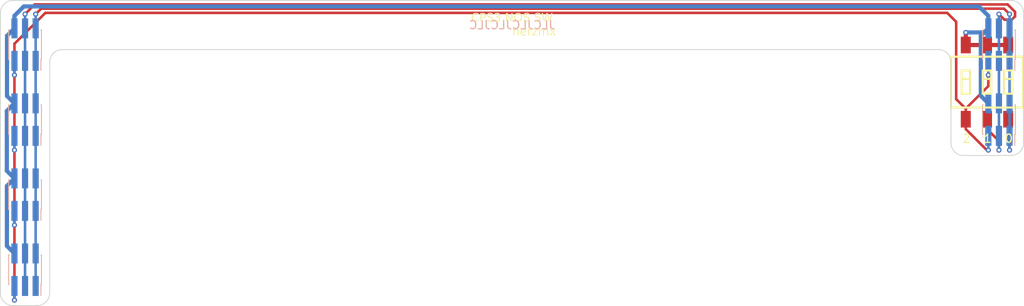
<source format=kicad_pcb>
(kicad_pcb (version 20240108) (generator "pcbnew") (generator_version "8.0")
  (layers (0 "F.Cu" signal) (31 "B.Cu" signal) (34 "B.Paste" user) (35 "F.Paste" user) (36 "B.SilkS" user "B.Silkscreen") (37 "F.SilkS" user "F.Silkscreen") (38 "B.Mask" user) (39 "F.Mask" user) (44 "Edge.Cuts" user))
  (net 0 "")
  (net 1 "/GND")
  (net 2 "/A0")
  (net 3 "/A2")
  (net 4 "/A1")
  (footprint "herzmx:SW-SMD_6P-L8.6-W6.2-P2.54-LS9.8" (layer "F.Cu") (at 255.2405 41.230001)
    (property "Reference" "SW1" (hide yes))
    (property "Value" "SW_DIP_x03" (hide yes))
    (fp_line (start -4.318 -3.048) (end 3.81 -3.048) (stroke (width 0.254)) (layer "F.SilkS"))
    (fp_line (start -4.318 3.048) (end -4.318 -3.048) (stroke (width 0.254)) (layer "F.SilkS"))
    (fp_line (start -3.048 -1.397) (end -3.048 1.397) (stroke (width 0.254)) (layer "F.SilkS"))
    (fp_line (start -3.048 -0.381) (end -2.159 -0.381) (stroke (width 0.254)) (layer "F.SilkS"))
    (fp_line (start -3.048 1.397) (end -2.032 1.397) (stroke (width 0.254)) (layer "F.SilkS"))
    (fp_line (start -2.032 -1.397) (end -3.048 -1.397) (stroke (width 0.254)) (layer "F.SilkS"))
    (fp_line (start -2.032 1.397) (end -2.032 -1.397) (stroke (width 0.254)) (layer "F.SilkS"))
    (fp_line (start -0.508 -1.397) (end -0.508 1.397) (stroke (width 0.254)) (layer "F.SilkS"))
    (fp_line (start -0.508 -0.381) (end 0.381 -0.381) (stroke (width 0.254)) (layer "F.SilkS"))
    (fp_line (start -0.508 1.397) (end 0.508 1.397) (stroke (width 0.254)) (layer "F.SilkS"))
    (fp_line (start 0.508 -1.397) (end -0.508 -1.397) (stroke (width 0.254)) (layer "F.SilkS"))
    (fp_line (start 0.508 1.397) (end 0.508 -1.397) (stroke (width 0.254)) (layer "F.SilkS"))
    (fp_line (start 2.032 -1.397) (end 2.032 1.397) (stroke (width 0.254)) (layer "F.SilkS"))
    (fp_line (start 2.032 -0.381) (end 2.921 -0.381) (stroke (width 0.254)) (layer "F.SilkS"))
    (fp_line (start 2.032 1.397) (end 3.048 1.397) (stroke (width 0.254)) (layer "F.SilkS"))
    (fp_line (start 3.048 -1.397) (end 2.032 -1.397) (stroke (width 0.254)) (layer "F.SilkS"))
    (fp_line (start 3.048 1.397) (end 3.048 -1.397) (stroke (width 0.254)) (layer "F.SilkS"))
    (fp_line (start 3.81 -3.048) (end 4.318 -3.048) (stroke (width 0.254)) (layer "F.SilkS"))
    (fp_line (start 4.318 -3.048) (end 4.318 3.048) (stroke (width 0.254)) (layer "F.SilkS"))
    (fp_line (start 4.318 3.048) (end -4.318 3.048) (stroke (width 0.254)) (layer "F.SilkS"))
    (pad "1" smd rect (at -2.54 4.45) (size 1.2 2) (layers "F.Cu" "F.Paste" "F.Mask") (net 3 "/A2"))
    (pad "2" smd rect (at 0 4.45) (size 1.2 2) (layers "F.Cu" "F.Paste" "F.Mask") (net 4 "/A1"))
    (pad "3" smd rect (at 2.54 4.45) (size 1.2 2) (layers "F.Cu" "F.Paste" "F.Mask") (net 2 "/A0"))
    (pad "4" smd rect (at 2.54 -4.45) (size 1.2 2) (layers "F.Cu" "F.Paste" "F.Mask") (net 1 "/GND"))
    (pad "5" smd rect (at 0 -4.45) (size 1.2 2) (layers "F.Cu" "F.Paste" "F.Mask") (net 1 "/GND"))
    (pad "6" smd rect (at -2.54 -4.45) (size 1.2 2) (layers "F.Cu" "F.Paste" "F.Mask") (net 1 "/GND"))
  )
  (footprint "Connector_PinHeader_1.27mm:PinHeader_2x03_P1.27mm_Vertical_SMD" (layer "B.Cu") (at 256.6705 36.730001 90)
    (property "Reference" "J5" (hide yes))
    (property "Value" "Conn_02x03_Odd_Even" (hide yes))
    (fp_line (start 1.765 -1.965) (end -1.765 -1.965) (stroke (width 0.12)) (layer "B.SilkS"))
    (fp_line (start 1.765 -1.965) (end 1.765 -1.899999) (stroke (width 0.12)) (layer "B.SilkS"))
    (fp_line (start -1.765 -1.965) (end -1.765 -1.899999) (stroke (width 0.12)) (layer "B.SilkS"))
    (fp_line (start 1.765 1.899999) (end 1.765 1.965) (stroke (width 0.12)) (layer "B.SilkS"))
    (fp_line (start -1.765 1.899999) (end -3.09 1.9) (stroke (width 0.12)) (layer "B.SilkS"))
    (fp_line (start -1.765 1.899999) (end -1.765 1.965) (stroke (width 0.12)) (layer "B.SilkS"))
    (fp_line (start 1.765 1.965) (end -1.765 1.965) (stroke (width 0.12)) (layer "B.SilkS"))
    (pad "1" smd rect (at -1.95 1.27 90) (size 2.4 0.74) (layers "B.Cu" "B.Paste" "B.Mask") (net 2 "/A0"))
    (pad "2" smd rect (at 1.95 1.27 90) (size 2.4 0.74) (layers "B.Cu" "B.Paste" "B.Mask") (net 2 "/A0"))
    (pad "3" smd rect (at -1.95 0 90) (size 2.4 0.74) (layers "B.Cu" "B.Paste" "B.Mask") (net 4 "/A1"))
    (pad "4" smd rect (at 1.95 0 90) (size 2.4 0.74) (layers "B.Cu" "B.Paste" "B.Mask") (net 4 "/A1"))
    (pad "5" smd rect (at -1.95 -1.27 90) (size 2.4 0.74) (layers "B.Cu" "B.Paste" "B.Mask") (net 3 "/A2"))
    (pad "6" smd rect (at 1.95 -1.27 90) (size 2.4 0.74) (layers "B.Cu" "B.Paste" "B.Mask") (net 1 "/GND"))
  )
  (footprint "Connector_PinHeader_1.27mm:PinHeader_2x03_P1.27mm_Vertical_SMD" (layer "B.Cu") (at 140.0405 54.730001 90)
    (property "Reference" "J3" (hide yes))
    (property "Value" "Conn_02x03_Odd_Even" (hide yes))
    (fp_line (start 1.765 -1.965) (end -1.765 -1.965) (stroke (width 0.12)) (layer "B.SilkS"))
    (fp_line (start 1.765 -1.965) (end 1.765 -1.899999) (stroke (width 0.12)) (layer "B.SilkS"))
    (fp_line (start -1.765 -1.965) (end -1.765 -1.899999) (stroke (width 0.12)) (layer "B.SilkS"))
    (fp_line (start 1.765 1.899999) (end 1.765 1.965) (stroke (width 0.12)) (layer "B.SilkS"))
    (fp_line (start -1.765 1.899999) (end -3.09 1.9) (stroke (width 0.12)) (layer "B.SilkS"))
    (fp_line (start -1.765 1.899999) (end -1.765 1.965) (stroke (width 0.12)) (layer "B.SilkS"))
    (fp_line (start 1.765 1.965) (end -1.765 1.965) (stroke (width 0.12)) (layer "B.SilkS"))
    (pad "1" smd rect (at -1.95 1.27 90) (size 2.4 0.74) (layers "B.Cu" "B.Paste" "B.Mask") (net 2 "/A0"))
    (pad "2" smd rect (at 1.95 1.27 90) (size 2.4 0.74) (layers "B.Cu" "B.Paste" "B.Mask") (net 2 "/A0"))
    (pad "3" smd rect (at -1.95 0 90) (size 2.4 0.74) (layers "B.Cu" "B.Paste" "B.Mask") (net 4 "/A1"))
    (pad "4" smd rect (at 1.95 0 90) (size 2.4 0.74) (layers "B.Cu" "B.Paste" "B.Mask") (net 4 "/A1"))
    (pad "5" smd rect (at -1.95 -1.27 90) (size 2.4 0.74) (layers "B.Cu" "B.Paste" "B.Mask") (net 3 "/A2"))
    (pad "6" smd rect (at 1.95 -1.27 90) (size 2.4 0.74) (layers "B.Cu" "B.Paste" "B.Mask") (net 1 "/GND"))
  )
  (footprint "Connector_PinHeader_1.27mm:PinHeader_2x03_P1.27mm_Vertical_SMD" (layer "B.Cu") (at 140.0405 63.730001 90)
    (property "Reference" "J4" (hide yes))
    (property "Value" "Conn_02x03_Odd_Even" (hide yes))
    (fp_line (start 1.765 -1.965) (end -1.765 -1.965) (stroke (width 0.12)) (layer "B.SilkS"))
    (fp_line (start 1.765 -1.965) (end 1.765 -1.899999) (stroke (width 0.12)) (layer "B.SilkS"))
    (fp_line (start -1.765 -1.965) (end -1.765 -1.899999) (stroke (width 0.12)) (layer "B.SilkS"))
    (fp_line (start 1.765 1.899999) (end 1.765 1.965) (stroke (width 0.12)) (layer "B.SilkS"))
    (fp_line (start -1.765 1.899999) (end -3.09 1.9) (stroke (width 0.12)) (layer "B.SilkS"))
    (fp_line (start -1.765 1.899999) (end -1.765 1.965) (stroke (width 0.12)) (layer "B.SilkS"))
    (fp_line (start 1.765 1.965) (end -1.765 1.965) (stroke (width 0.12)) (layer "B.SilkS"))
    (pad "1" smd rect (at -1.95 1.27 90) (size 2.4 0.74) (layers "B.Cu" "B.Paste" "B.Mask") (net 2 "/A0"))
    (pad "2" smd rect (at 1.95 1.27 90) (size 2.4 0.74) (layers "B.Cu" "B.Paste" "B.Mask") (net 2 "/A0"))
    (pad "3" smd rect (at -1.95 0 90) (size 2.4 0.74) (layers "B.Cu" "B.Paste" "B.Mask") (net 4 "/A1"))
    (pad "4" smd rect (at 1.95 0 90) (size 2.4 0.74) (layers "B.Cu" "B.Paste" "B.Mask") (net 4 "/A1"))
    (pad "5" smd rect (at -1.95 -1.27 90) (size 2.4 0.74) (layers "B.Cu" "B.Paste" "B.Mask") (net 3 "/A2"))
    (pad "6" smd rect (at 1.95 -1.27 90) (size 2.4 0.74) (layers "B.Cu" "B.Paste" "B.Mask") (net 1 "/GND"))
  )
  (footprint "Connector_PinHeader_1.27mm:PinHeader_2x03_P1.27mm_Vertical_SMD" (layer "B.Cu") (at 140.0405 45.730001 90)
    (property "Reference" "J2" (hide yes))
    (property "Value" "Conn_02x03_Odd_Even" (hide yes))
    (fp_line (start 1.765 -1.965) (end -1.765 -1.965) (stroke (width 0.12)) (layer "B.SilkS"))
    (fp_line (start 1.765 -1.965) (end 1.765 -1.899999) (stroke (width 0.12)) (layer "B.SilkS"))
    (fp_line (start -1.765 -1.965) (end -1.765 -1.899999) (stroke (width 0.12)) (layer "B.SilkS"))
    (fp_line (start 1.765 1.899999) (end 1.765 1.965) (stroke (width 0.12)) (layer "B.SilkS"))
    (fp_line (start -1.765 1.899999) (end -3.09 1.9) (stroke (width 0.12)) (layer "B.SilkS"))
    (fp_line (start -1.765 1.899999) (end -1.765 1.965) (stroke (width 0.12)) (layer "B.SilkS"))
    (fp_line (start 1.765 1.965) (end -1.765 1.965) (stroke (width 0.12)) (layer "B.SilkS"))
    (pad "1" smd rect (at -1.95 1.27 90) (size 2.4 0.74) (layers "B.Cu" "B.Paste" "B.Mask") (net 2 "/A0"))
    (pad "2" smd rect (at 1.95 1.27 90) (size 2.4 0.74) (layers "B.Cu" "B.Paste" "B.Mask") (net 2 "/A0"))
    (pad "3" smd rect (at -1.95 0 90) (size 2.4 0.74) (layers "B.Cu" "B.Paste" "B.Mask") (net 4 "/A1"))
    (pad "4" smd rect (at 1.95 0 90) (size 2.4 0.74) (layers "B.Cu" "B.Paste" "B.Mask") (net 4 "/A1"))
    (pad "5" smd rect (at -1.95 -1.27 90) (size 2.4 0.74) (layers "B.Cu" "B.Paste" "B.Mask") (net 3 "/A2"))
    (pad "6" smd rect (at 1.95 -1.27 90) (size 2.4 0.74) (layers "B.Cu" "B.Paste" "B.Mask") (net 1 "/GND"))
  )
  (footprint "Connector_PinHeader_1.27mm:PinHeader_2x03_P1.27mm_Vertical_SMD" (layer "B.Cu") (at 256.6705 45.730001 90)
    (property "Reference" "J6" (hide yes))
    (property "Value" "Conn_02x03_Odd_Even" (hide yes))
    (fp_line (start 1.765 -1.965) (end -1.765 -1.965) (stroke (width 0.12)) (layer "B.SilkS"))
    (fp_line (start 1.765 -1.965) (end 1.765 -1.899999) (stroke (width 0.12)) (layer "B.SilkS"))
    (fp_line (start -1.765 -1.965) (end -1.765 -1.899999) (stroke (width 0.12)) (layer "B.SilkS"))
    (fp_line (start 1.765 1.899999) (end 1.765 1.965) (stroke (width 0.12)) (layer "B.SilkS"))
    (fp_line (start -1.765 1.899999) (end -3.09 1.9) (stroke (width 0.12)) (layer "B.SilkS"))
    (fp_line (start -1.765 1.899999) (end -1.765 1.965) (stroke (width 0.12)) (layer "B.SilkS"))
    (fp_line (start 1.765 1.965) (end -1.765 1.965) (stroke (width 0.12)) (layer "B.SilkS"))
    (pad "1" smd rect (at -1.95 1.27 90) (size 2.4 0.74) (layers "B.Cu" "B.Paste" "B.Mask") (net 2 "/A0"))
    (pad "2" smd rect (at 1.95 1.27 90) (size 2.4 0.74) (layers "B.Cu" "B.Paste" "B.Mask") (net 2 "/A0"))
    (pad "3" smd rect (at -1.95 0 90) (size 2.4 0.74) (layers "B.Cu" "B.Paste" "B.Mask") (net 4 "/A1"))
    (pad "4" smd rect (at 1.95 0 90) (size 2.4 0.74) (layers "B.Cu" "B.Paste" "B.Mask") (net 4 "/A1"))
    (pad "5" smd rect (at -1.95 -1.27 90) (size 2.4 0.74) (layers "B.Cu" "B.Paste" "B.Mask") (net 3 "/A2"))
    (pad "6" smd rect (at 1.95 -1.27 90) (size 2.4 0.74) (layers "B.Cu" "B.Paste" "B.Mask") (net 1 "/GND"))
  )
  (footprint "Connector_PinHeader_1.27mm:PinHeader_2x03_P1.27mm_Vertical_SMD" (layer "B.Cu") (at 140.0405 36.730001 90)
    (property "Reference" "J1" (hide yes))
    (property "Value" "Conn_02x03_Odd_Even" (hide yes))
    (fp_line (start 1.765 -1.965) (end -1.765 -1.965) (stroke (width 0.12)) (layer "B.SilkS"))
    (fp_line (start 1.765 -1.965) (end 1.765 -1.899999) (stroke (width 0.12)) (layer "B.SilkS"))
    (fp_line (start -1.765 -1.965) (end -1.765 -1.899999) (stroke (width 0.12)) (layer "B.SilkS"))
    (fp_line (start 1.765 1.899999) (end 1.765 1.965) (stroke (width 0.12)) (layer "B.SilkS"))
    (fp_line (start -1.765 1.899999) (end -3.09 1.9) (stroke (width 0.12)) (layer "B.SilkS"))
    (fp_line (start -1.765 1.899999) (end -1.765 1.965) (stroke (width 0.12)) (layer "B.SilkS"))
    (fp_line (start 1.765 1.965) (end -1.765 1.965) (stroke (width 0.12)) (layer "B.SilkS"))
    (pad "1" smd rect (at -1.95 1.27 90) (size 2.4 0.74) (layers "B.Cu" "B.Paste" "B.Mask") (net 2 "/A0"))
    (pad "2" smd rect (at 1.95 1.27 90) (size 2.4 0.74) (layers "B.Cu" "B.Paste" "B.Mask") (net 2 "/A0"))
    (pad "3" smd rect (at -1.95 0 90) (size 2.4 0.74) (layers "B.Cu" "B.Paste" "B.Mask") (net 4 "/A1"))
    (pad "4" smd rect (at 1.95 0 90) (size 2.4 0.74) (layers "B.Cu" "B.Paste" "B.Mask") (net 4 "/A1"))
    (pad "5" smd rect (at -1.95 -1.27 90) (size 2.4 0.74) (layers "B.Cu" "B.Paste" "B.Mask") (net 3 "/A2"))
    (pad "6" smd rect (at 1.95 -1.27 90) (size 2.4 0.74) (layers "B.Cu" "B.Paste" "B.Mask") (net 1 "/GND"))
  )
  (gr_line (start 259.6205 32.930001) (end 259.6205 48.530001) (stroke (width 0.1)) (layer "Edge.Cuts"))
  (gr_line (start 252.4225 50.030001) (end 258.1205 50.030001) (stroke (width 0.1)) (layer "Edge.Cuts"))
  (gr_line (start 138.5905 31.430001) (end 258.1205 31.430001) (stroke (width 0.1)) (layer "Edge.Cuts"))
  (gr_line (start 137.0905 32.930001) (end 137.0905 66.530001) (stroke (width 0.1)) (layer "Edge.Cuts"))
  (gr_line (start 249.4225 37.330001) (end 144.4905 37.330001) (stroke (width 0.1)) (layer "Edge.Cuts"))
  (gr_arc (start 137.0905 32.930001) (mid 137.52984 31.869341) (end 138.5905 31.430001) (stroke (width 0.1)) (layer "Edge.Cuts"))
  (gr_arc (start 142.9905 66.530001) (mid 142.55116 67.590661) (end 141.4905 68.030001) (stroke (width 0.1)) (layer "Edge.Cuts"))
  (gr_line (start 138.5905 68.030001) (end 141.4905 68.030001) (stroke (width 0.1)) (layer "Edge.Cuts"))
  (gr_line (start 142.9905 66.530001) (end 142.9905 38.830001) (stroke (width 0.1)) (layer "Edge.Cuts"))
  (gr_arc (start 142.9905 38.830001) (mid 143.429839 37.76934) (end 144.4905 37.330001) (stroke (width 0.1)) (layer "Edge.Cuts"))
  (gr_arc (start 258.1205 31.430001) (mid 259.18116 31.869341) (end 259.6205 32.930001) (stroke (width 0.1)) (layer "Edge.Cuts"))
  (gr_arc (start 259.6205 48.530001) (mid 259.18116 49.590661) (end 258.1205 50.030001) (stroke (width 0.1)) (layer "Edge.Cuts"))
  (gr_arc (start 249.4225 37.330001) (mid 250.48316 37.769341) (end 250.9225 38.830001) (stroke (width 0.1)) (layer "Edge.Cuts"))
  (gr_line (start 250.9225 38.830001) (end 250.9225 48.530001) (stroke (width 0.1)) (layer "Edge.Cuts"))
  (gr_arc (start 138.5905 68.030001) (mid 137.529839 67.590662) (end 137.0905 66.530001) (stroke (width 0.1)) (layer "Edge.Cuts"))
  (gr_arc (start 252.4225 50.030001) (mid 251.361839 49.590662) (end 250.9225 48.530001) (stroke (width 0.1)) (layer "Edge.Cuts"))
  (gr_text "JLCJLCJLCJLC" (at 198.3555 34.380001 0) (layer "B.SilkS") (effects (font (size 1 1)) (justify mirror)))
  (gr_text "2" (at 252.77 48 0) (layer "F.SilkS") (effects (font (size 1 1))))
  (gr_text "1" (at 255.31 48 0) (layer "F.SilkS") (effects (font (size 1 1))))
  (gr_text "CPS3 NOS SW\n            herzmx" (at 198.3555 34.380001 0) (layer "F.SilkS") (effects (font (size 1 1))))
  (gr_text "0" (at 257.85 48 0) (layer "F.SilkS") (effects (font (size 1 1))))
  (segment (start 252.7005 36.780001) (end 257.7805 36.780001) (width 0.5) (layer "F.Cu") (net 1))
  (segment (start 252.77 36.710501) (end 252.7005 36.780001) (width 0.5) (layer "F.Cu") (net 1))
  (segment (start 252.7005 35.274999) (end 252.7005 36.780001) (width 0.5) (layer "F.Cu") (net 1))
  (via (at 252.7005 35.274999) (size 0.61) (drill 0.305) (layers "F.Cu" "B.Cu") (net 1))
  (segment (start 138.7705 52.780001) (end 137.86 51.869501) (width 0.5) (layer "B.Cu") (net 1))
  (segment (start 137.86 44.690501) (end 138.7705 43.780001) (width 0.5) (layer "B.Cu") (net 1))
  (segment (start 137.86 51.869501) (end 137.86 44.690501) (width 0.5) (layer "B.Cu") (net 1))
  (segment (start 138.7705 33.277267) (end 139.897767 32.15) (width 0.5) (layer "B.Cu") (net 1))
  (segment (start 137.88 42.889501) (end 137.88 35.670501) (width 0.5) (layer "B.Cu") (net 1))
  (segment (start 138.7705 61.780001) (end 137.87 60.879501) (width 0.5) (layer "B.Cu") (net 1))
  (segment (start 137.87 60.879501) (end 137.87 53.680501) (width 0.5) (layer "B.Cu") (net 1))
  (segment (start 252.774999 35.27) (end 252.77 35.274999) (width 0.5) (layer "B.Cu") (net 1))
  (segment (start 138.7705 34.780001) (end 138.7705 33.277267) (width 0.5) (layer "B.Cu") (net 1))
  (segment (start 137.88 35.670501) (end 138.7705 34.780001) (width 0.5) (layer "B.Cu") (net 1))
  (segment (start 255.4005 34.780001) (end 254.910501 35.27) (width 0.5) (layer "B.Cu") (net 1))
  (segment (start 139.897767 32.15) (end 254.27 32.15) (width 0.5) (layer "B.Cu") (net 1))
  (segment (start 138.7705 43.780001) (end 137.88 42.889501) (width 0.5) (layer "B.Cu") (net 1))
  (segment (start 255.4005 33.2805) (end 255.4005 34.780001) (width 0.5) (layer "B.Cu") (net 1))
  (segment (start 255.4005 34.780001) (end 254.5 35.680501) (width 0.5) (layer "B.Cu") (net 1))
  (segment (start 254.27 32.15) (end 255.4005 33.2805) (width 0.5) (layer "B.Cu") (net 1))
  (segment (start 137.87 53.680501) (end 138.7705 52.780001) (width 0.5) (layer "B.Cu") (net 1))
  (segment (start 254.910501 35.27) (end 252.774999 35.27) (width 0.5) (layer "B.Cu") (net 1))
  (segment (start 254.5 35.680501) (end 254.5 42.879501) (width 0.5) (layer "B.Cu") (net 1))
  (segment (start 254.5 42.879501) (end 255.4005 43.780001) (width 0.5) (layer "B.Cu") (net 1))
  (segment (start 257.92 49.364503) (end 257.92 45.819501) (width 0.305) (layer "F.Cu") (net 2))
  (segment (start 257.92 45.819501) (end 257.7805 45.680001) (width 0.305) (layer "F.Cu") (net 2))
  (segment (start 257.277499 32.417499) (end 141.968 32.417499) (width 0.305) (layer "F.Cu") (net 2))
  (segment (start 257.934999 33.074999) (end 257.277499 32.417499) (width 0.305) (layer "F.Cu") (net 2))
  (segment (start 141.968 32.417499) (end 141.3105 33.074999) (width 0.305) (layer "F.Cu") (net 2))
  (segment (start 257.9405 33.074999) (end 257.934999 33.074999) (width 0.305) (layer "F.Cu") (net 2))
  (segment (start 257.7805 45.680001) (end 257.85 45.680001) (width 0.305) (layer "F.Cu") (net 2))
  (segment (start 257.9405 49.385003) (end 257.92 49.364503) (width 0.305) (layer "F.Cu") (net 2))
  (via (at 257.9405 49.385003) (size 0.61) (drill 0.305) (layers "F.Cu" "B.Cu") (net 2))
  (via (at 257.9405 33.074999) (size 0.61) (drill 0.305) (layers "F.Cu" "B.Cu") (net 2))
  (via (at 141.3105 33.074999) (size 0.61) (drill 0.305) (layers "F.Cu" "B.Cu") (net 2))
  (segment (start 257.9405 47.680001) (end 257.9405 49.385003) (width 0.305) (layer "B.Cu") (net 2))
  (segment (start 141.3105 34.780001) (end 141.3105 65.680001) (width 0.305) (layer "B.Cu") (net 2))
  (segment (start 257.9405 34.780001) (end 257.9405 47.680001) (width 0.305) (layer "B.Cu") (net 2))
  (segment (start 141.3105 34.780001) (end 141.3105 33.074999) (width 0.305) (layer "B.Cu") (net 2))
  (segment (start 257.9405 34.780001) (end 257.9405 33.074999) (width 0.305) (layer "B.Cu") (net 2))
  (segment (start 255.4005 41.7095) (end 252.7005 44.4095) (width 0.305) (layer "F.Cu") (net 3))
  (segment (start 138.7705 67.385003) (end 138.7705 40.385003) (width 0.305) (layer "F.Cu") (net 3))
  (segment (start 142.477501 32.922499) (end 250.472499 32.922499) (width 0.305) (layer "F.Cu") (net 3))
  (segment (start 255.215003 49.385003) (end 252.7005 46.8705) (width 0.305) (layer "F.Cu") (net 3))
  (segment (start 138.7705 40.385003) (end 138.7705 36.6295) (width 0.305) (layer "F.Cu") (net 3))
  (segment (start 252.7005 46.8705) (end 252.7005 45.680001) (width 0.305) (layer "F.Cu") (net 3))
  (segment (start 255.4005 49.385003) (end 255.215003 49.385003) (width 0.305) (layer "F.Cu") (net 3))
  (segment (start 251.55 43.27) (end 252.7005 44.4205) (width 0.305) (layer "F.Cu") (net 3))
  (segment (start 251.55 34) (end 251.55 43.27) (width 0.305) (layer "F.Cu") (net 3))
  (segment (start 255.4005 40.385003) (end 255.4005 41.7095) (width 0.305) (layer "F.Cu") (net 3))
  (segment (start 250.472499 32.922499) (end 251.55 34) (width 0.305) (layer "F.Cu") (net 3))
  (segment (start 252.7005 44.4205) (end 252.7005 45.680001) (width 0.305) (layer "F.Cu") (net 3))
  (segment (start 252.7005 44.4095) (end 252.7005 45.680001) (width 0.305) (layer "F.Cu") (net 3))
  (segment (start 138.7705 36.6295) (end 142.477501 32.922499) (width 0.305) (layer "F.Cu") (net 3))
  (via (at 138.7705 49.385003) (size 0.61) (drill 0.305) (layers "F.Cu" "B.Cu") (net 3))
  (via (at 255.4005 40.385003) (size 0.61) (drill 0.305) (layers "F.Cu" "B.Cu") (net 3))
  (via (at 255.4005 49.385003) (size 0.61) (drill 0.305) (layers "F.Cu" "B.Cu") (net 3))
  (via (at 138.7705 40.385003) (size 0.61) (drill 0.305) (layers "F.Cu" "B.Cu") (net 3))
  (via (at 138.7705 67.385003) (size 0.61) (drill 0.305) (layers "F.Cu" "B.Cu") (net 3))
  (via (at 138.7705 58.385003) (size 0.61) (drill 0.305) (layers "F.Cu" "B.Cu") (net 3))
  (segment (start 255.4005 40.385003) (end 255.4005 38.680001) (width 0.305) (layer "B.Cu") (net 3))
  (segment (start 138.7705 47.680001) (end 138.7705 49.385003) (width 0.25) (layer "B.Cu") (net 3))
  (segment (start 138.7705 56.680001) (end 138.7705 58.385003) (width 0.305) (layer "B.Cu") (net 3))
  (segment (start 138.7705 38.680001) (end 138.7705 40.385003) (width 0.305) (layer "B.Cu") (net 3))
  (segment (start 255.4005 47.680001) (end 255.4005 49.385003) (width 0.305) (layer "B.Cu") (net 3))
  (segment (start 138.7705 65.680001) (end 138.7705 67.385003) (width 0.305) (layer "B.Cu") (net 3))
  (segment (start 258.598 33.347345) (end 258.598 32.802653) (width 0.305) (layer "F.Cu") (net 4))
  (segment (start 256.6705 49.385003) (end 256.6705 48.2905) (width 0.305) (layer "F.Cu") (net 4))
  (segment (start 256.6705 33.0805) (end 257.322499 33.732499) (width 0.305) (layer "F.Cu") (net 4))
  (segment (start 141.203 31.912499) (end 140.0405 33.074999) (width 0.305) (layer "F.Cu") (net 4))
  (segment (start 258.598 32.802653) (end 257.707846 31.912499) (width 0.305) (layer "F.Cu") (net 4))
  (segment (start 256.6705 33.074999) (end 256.6705 33.0805) (width 0.305) (layer "F.Cu") (net 4))
  (segment (start 257.707846 31.912499) (end 141.203 31.912499) (width 0.305) (layer "F.Cu") (net 4))
  (segment (start 257.322499 33.732499) (end 258.212846 33.732499) (width 0.305) (layer "F.Cu") (net 4))
  (segment (start 256.6705 48.2905) (end 255.2405 46.8605) (width 0.305) (layer "F.Cu") (net 4))
  (segment (start 258.212846 33.732499) (end 258.598 33.347345) (width 0.305) (layer "F.Cu") (net 4))
  (segment (start 255.2405 46.8605) (end 255.2405 45.680001) (width 0.305) (layer "F.Cu") (net 4))
  (via (at 256.6705 49.385003) (size 0.61) (drill 0.305) (layers "F.Cu" "B.Cu") (net 4))
  (via (at 256.6705 33.074999) (size 0.61) (drill 0.305) (layers "F.Cu" "B.Cu") (net 4))
  (via (at 140.0405 33.074999) (size 0.61) (drill 0.305) (layers "F.Cu" "B.Cu") (net 4))
  (segment (start 256.6705 34.780001) (end 256.6705 33.074999) (width 0.305) (layer "B.Cu") (net 4))
  (segment (start 256.6705 34.780001) (end 256.6705 47.680001) (width 0.305) (layer "B.Cu") (net 4))
  (segment (start 140.0405 34.780001) (end 140.0405 65.680001) (width 0.305) (layer "B.Cu") (net 4))
  (segment (start 256.6705 47.680001) (end 256.6705 49.385003) (width 0.305) (layer "B.Cu") (net 4))
  (segment (start 140.0405 34.780001) (end 140.0405 33.074999) (width 0.305) (layer "B.Cu") (net 4))
)
</source>
